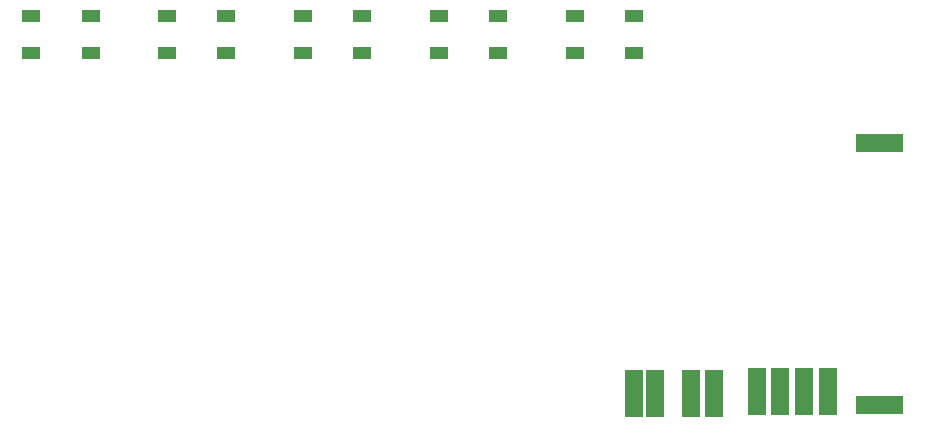
<source format=gtp>
G04 #@! TF.FileFunction,Paste,Top*
%FSLAX46Y46*%
G04 Gerber Fmt 4.6, Leading zero omitted, Abs format (unit mm)*
G04 Created by KiCad (PCBNEW 4.0.7) date Thu Dec  7 16:12:30 2017*
%MOMM*%
%LPD*%
G01*
G04 APERTURE LIST*
%ADD10C,0.100000*%
%ADD11R,1.600000X1.000000*%
G04 APERTURE END LIST*
D10*
D11*
X161000000Y-104200000D03*
X161000000Y-101000000D03*
X156000000Y-104200000D03*
X156000000Y-101000000D03*
X149500000Y-104200000D03*
X149500000Y-101000000D03*
X144500000Y-104200000D03*
X144500000Y-101000000D03*
X138000000Y-104200000D03*
X138000000Y-101000000D03*
X133000000Y-104200000D03*
X133000000Y-101000000D03*
X126500000Y-104200000D03*
X126500000Y-101000000D03*
X121500000Y-104200000D03*
X121500000Y-101000000D03*
X115000000Y-104200000D03*
X115000000Y-101000000D03*
X110000000Y-104200000D03*
X110000000Y-101000000D03*
D10*
G36*
X179800000Y-112562000D02*
X179800000Y-111038000D01*
X183800000Y-111038000D01*
X183800000Y-112562000D01*
X179800000Y-112562000D01*
X179800000Y-112562000D01*
G37*
G36*
X179800000Y-134762000D02*
X179800000Y-133238000D01*
X183800000Y-133238000D01*
X183800000Y-134762000D01*
X179800000Y-134762000D01*
X179800000Y-134762000D01*
G37*
G36*
X172162000Y-134800000D02*
X170638000Y-134800000D01*
X170638000Y-130800000D01*
X172162000Y-130800000D01*
X172162000Y-134800000D01*
X172162000Y-134800000D01*
G37*
G36*
X174162000Y-134800000D02*
X172638000Y-134800000D01*
X172638000Y-130800000D01*
X174162000Y-130800000D01*
X174162000Y-134800000D01*
X174162000Y-134800000D01*
G37*
G36*
X166562000Y-135000000D02*
X165038000Y-135000000D01*
X165038000Y-131000000D01*
X166562000Y-131000000D01*
X166562000Y-135000000D01*
X166562000Y-135000000D01*
G37*
G36*
X168562000Y-135000000D02*
X167038000Y-135000000D01*
X167038000Y-131000000D01*
X168562000Y-131000000D01*
X168562000Y-135000000D01*
X168562000Y-135000000D01*
G37*
G36*
X163562000Y-135000000D02*
X162038000Y-135000000D01*
X162038000Y-131000000D01*
X163562000Y-131000000D01*
X163562000Y-135000000D01*
X163562000Y-135000000D01*
G37*
G36*
X161762000Y-135000000D02*
X160238000Y-135000000D01*
X160238000Y-131000000D01*
X161762000Y-131000000D01*
X161762000Y-135000000D01*
X161762000Y-135000000D01*
G37*
G36*
X176162000Y-134800000D02*
X174638000Y-134800000D01*
X174638000Y-130800000D01*
X176162000Y-130800000D01*
X176162000Y-134800000D01*
X176162000Y-134800000D01*
G37*
G36*
X178162000Y-134800000D02*
X176638000Y-134800000D01*
X176638000Y-130800000D01*
X178162000Y-130800000D01*
X178162000Y-134800000D01*
X178162000Y-134800000D01*
G37*
M02*

</source>
